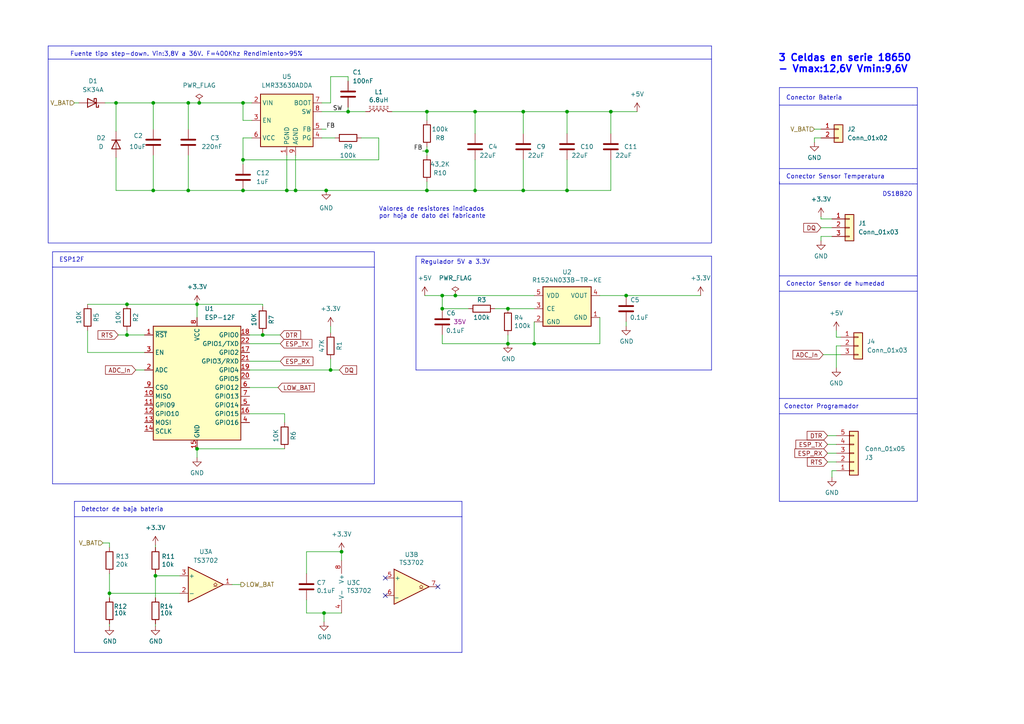
<source format=kicad_sch>
(kicad_sch (version 20230121) (generator eeschema)
  (paper "A4")
  (lib_symbols
    (symbol "+3.3V_4" (power) (pin_names (offset 0))
      (property "Value" "+3.3V_4" (at 0 3.556 0))
      (symbol "+3.3V_4_0_1"
        (polyline (pts (xy -0.762 1.27) (xy 0 2.54)))
        (polyline (pts (xy 0 0) (xy 0 2.54)))
        (polyline (pts (xy 0 2.54) (xy 0.762 1.27)))
      )
      (symbol "+3.3V_4_1_1"
        (pin power_in line (at 0 0 90) (length 0) hide (name "+3.3V") (number "1"))
      )
    )
    (symbol "Comparator:LM393" (pin_names (offset 0.127))
      (property "Reference" "U" (at 3.81 3.81 0))
      (property "Value" "LM393" (at 6.35 -3.81 0))
      (symbol "LM393_1_1"
        (polyline (pts (xy -5.08 5.08) (xy 5.08 0) (xy -5.08 -5.08) (xy -5.08 5.08)) (stroke (width 0.254)) (fill (type background)))
        (polyline (pts (xy 3.302 -0.508) (xy 2.794 -0.508) (xy 3.302 0) (xy 2.794 0.508) (xy 2.286 0) (xy 2.794 -0.508) (xy 2.286 -0.508)) (stroke (width 0.127)))
        (pin open_collector line (at 7.62 0 180) (length 2.54) (name "~") (number "1"))
        (pin input line (at -7.62 -2.54 0) (length 2.54) (name "-") (number "2"))
        (pin input line (at -7.62 2.54 0) (length 2.54) (name "+") (number "3"))
      )
      (symbol "LM393_2_1"
        (polyline (pts (xy -5.08 5.08) (xy 5.08 0) (xy -5.08 -5.08) (xy -5.08 5.08)) (stroke (width 0.254)) (fill (type background)))
        (polyline (pts (xy 3.302 -0.508) (xy 2.794 -0.508) (xy 3.302 0) (xy 2.794 0.508) (xy 2.286 0) (xy 2.794 -0.508) (xy 2.286 -0.508)) (stroke (width 0.127)))
        (pin input line (at -7.62 2.54 0) (length 2.54) (name "+") (number "5"))
        (pin input line (at -7.62 -2.54 0) (length 2.54) (name "_") (number "6"))
        (pin open_collector line (at 7.62 0 180) (length 2.54) (name "~") (number "7"))
      )
      (symbol "LM393_3_1"
        (pin power_in line (at -2.54 -7.62 90) (length 3.81) (name "V-") (number "4"))
        (pin power_in line (at -2.54 7.62 270) (length 3.81) (name "V+") (number "8"))
      )
    )
    (symbol "Connector_Generic:Conn_01x02" (pin_names (offset 1.016) hide)
      (property "Reference" "J" (at 0 2.54 0))
      (property "Value" "Conn_01x02" (at 0 -5.08 0))
      (symbol "Conn_01x02_1_1"
        (rectangle (start -1.27 -2.413) (end 0 -2.667) (stroke (width 0.1524)))
        (rectangle (start -1.27 0.127) (end 0 -0.127) (stroke (width 0.1524)))
        (rectangle (start -1.27 1.27) (end 1.27 -3.81) (stroke (width 0.254)) (fill (type background)))
        (pin passive line (at -5.08 0 0) (length 3.81) (name "Pin_1") (number "1"))
        (pin passive line (at -5.08 -2.54 0) (length 3.81) (name "Pin_2") (number "2"))
      )
    )
    (symbol "Connector_Generic:Conn_01x03" (pin_names (offset 1.016) hide)
      (property "Reference" "J" (at 0 5.08 0))
      (property "Value" "Conn_01x03" (at 0 -5.08 0))
      (symbol "Conn_01x03_1_1"
        (rectangle (start -1.27 -2.413) (end 0 -2.667) (stroke (width 0.1524)))
        (rectangle (start -1.27 0.127) (end 0 -0.127) (stroke (width 0.1524)))
        (rectangle (start -1.27 2.667) (end 0 2.413) (stroke (width 0.1524)))
        (rectangle (start -1.27 3.81) (end 1.27 -3.81) (stroke (width 0.254)) (fill (type background)))
        (pin passive line (at -5.08 2.54 0) (length 3.81) (name "Pin_1") (number "1"))
        (pin passive line (at -5.08 0 0) (length 3.81) (name "Pin_2") (number "2"))
        (pin passive line (at -5.08 -2.54 0) (length 3.81) (name "Pin_3") (number "3"))
      )
    )
    (symbol "Connector_Generic:Conn_01x05" (pin_names (offset 1.016) hide)
      (property "Reference" "J" (at 0 7.62 0))
      (property "Value" "Conn_01x05" (at 0 -7.62 0))
      (symbol "Conn_01x05_1_1"
        (rectangle (start -1.27 -4.953) (end 0 -5.207) (stroke (width 0.1524)))
        (rectangle (start -1.27 -2.413) (end 0 -2.667) (stroke (width 0.1524)))
        (rectangle (start -1.27 0.127) (end 0 -0.127) (stroke (width 0.1524)))
        (rectangle (start -1.27 2.667) (end 0 2.413) (stroke (width 0.1524)))
        (rectangle (start -1.27 5.207) (end 0 4.953) (stroke (width 0.1524)))
        (rectangle (start -1.27 6.35) (end 1.27 -6.35) (stroke (width 0.254)) (fill (type background)))
        (pin passive line (at -5.08 5.08 0) (length 3.81) (name "Pin_1") (number "1"))
        (pin passive line (at -5.08 2.54 0) (length 3.81) (name "Pin_2") (number "2"))
        (pin passive line (at -5.08 0 0) (length 3.81) (name "Pin_3") (number "3"))
        (pin passive line (at -5.08 -2.54 0) (length 3.81) (name "Pin_4") (number "4"))
        (pin passive line (at -5.08 -5.08 0) (length 3.81) (name "Pin_5") (number "5"))
      )
    )
    (symbol "Device:C" (pin_numbers hide) (pin_names (offset 0.254))
      (property "Reference" "C" (at 0.635 2.54 0))
      (property "Value" "C" (at 0.635 -2.54 0))
      (symbol "C_0_1"
        (polyline (pts (xy -2.032 -0.762) (xy 2.032 -0.762)) (stroke (width 0.508)))
        (polyline (pts (xy -2.032 0.762) (xy 2.032 0.762)) (stroke (width 0.508)))
      )
      (symbol "C_1_1"
        (pin passive line (at 0 3.81 270) (length 2.794) (name "~") (number "1"))
        (pin passive line (at 0 -3.81 90) (length 2.794) (name "~") (number "2"))
      )
    )
    (symbol "Device:D" (pin_numbers hide) (pin_names (offset 1.016) hide)
      (property "Reference" "D" (at 0 2.54 0))
      (property "Value" "D" (at 0 -2.54 0))
      (symbol "D_0_1"
        (polyline (pts (xy -1.27 1.27) (xy -1.27 -1.27)) (stroke (width 0.254)))
        (polyline (pts (xy 1.27 0) (xy -1.27 0)))
        (polyline (pts (xy 1.27 1.27) (xy 1.27 -1.27) (xy -1.27 0) (xy 1.27 1.27)) (stroke (width 0.254)))
      )
      (symbol "D_1_1"
        (pin passive line (at -3.81 0 0) (length 2.54) (name "K") (number "1"))
        (pin passive line (at 3.81 0 180) (length 2.54) (name "A") (number "2"))
      )
    )
    (symbol "Device:L_Ferrite" (pin_numbers hide) (pin_names (offset 1.016) hide)
      (property "Reference" "L" (at -1.27 0 90))
      (property "Value" "L_Ferrite" (at 2.794 0 90))
      (symbol "L_Ferrite_0_1"
        (arc (start 0 -2.54) (mid 0.6323 -1.905) (end 0 -1.27))
        (arc (start 0 -1.27) (mid 0.6323 -0.635) (end 0 0))
        (polyline (pts (xy 1.016 -2.794) (xy 1.016 -2.286)))
        (polyline (pts (xy 1.016 -1.778) (xy 1.016 -1.27)))
        (polyline (pts (xy 1.016 -0.762) (xy 1.016 -0.254)))
        (polyline (pts (xy 1.016 0.254) (xy 1.016 0.762)))
        (polyline (pts (xy 1.016 1.27) (xy 1.016 1.778)))
        (polyline (pts (xy 1.016 2.286) (xy 1.016 2.794)))
        (polyline (pts (xy 1.524 -2.286) (xy 1.524 -2.794)))
        (polyline (pts (xy 1.524 -1.27) (xy 1.524 -1.778)))
        (polyline (pts (xy 1.524 -0.254) (xy 1.524 -0.762)))
        (polyline (pts (xy 1.524 0.762) (xy 1.524 0.254)))
        (polyline (pts (xy 1.524 1.778) (xy 1.524 1.27)))
        (polyline (pts (xy 1.524 2.794) (xy 1.524 2.286)))
        (arc (start 0 0) (mid 0.6323 0.635) (end 0 1.27))
        (arc (start 0 1.27) (mid 0.6323 1.905) (end 0 2.54))
      )
      (symbol "L_Ferrite_1_1"
        (pin passive line (at 0 3.81 270) (length 1.27) (name "1") (number "1"))
        (pin passive line (at 0 -3.81 90) (length 1.27) (name "2") (number "2"))
      )
    )
    (symbol "Device:R" (pin_numbers hide) (pin_names (offset 0))
      (property "Reference" "R" (at 2.032 0 90))
      (property "Value" "R" (at 0 0 90))
      (symbol "R_0_1"
        (rectangle (start -1.016 -2.54) (end 1.016 2.54) (stroke (width 0.254)))
      )
      (symbol "R_1_1"
        (pin passive line (at 0 3.81 270) (length 1.27) (name "~") (number "1"))
        (pin passive line (at 0 -3.81 90) (length 1.27) (name "~") (number "2"))
      )
    )
    (symbol "Diode:1N5819WS" (pin_numbers hide) (pin_names (offset 1.016) hide)
      (property "Reference" "D" (at 0 2.54 0))
      (property "Value" "1N5819WS" (at 0 -2.54 0))
      (symbol "1N5819WS_0_1"
        (polyline (pts (xy 1.27 0) (xy -1.27 0)))
        (polyline (pts (xy 1.27 1.27) (xy 1.27 -1.27) (xy -1.27 0) (xy 1.27 1.27)) (stroke (width 0.254)))
        (polyline (pts (xy -1.905 0.635) (xy -1.905 1.27) (xy -1.27 1.27) (xy -1.27 -1.27) (xy -0.635 -1.27) (xy -0.635 -0.635)) (stroke (width 0.254)))
      )
      (symbol "1N5819WS_1_1"
        (pin passive line (at -3.81 0 0) (length 2.54) (name "K") (number "1"))
        (pin passive line (at 3.81 0 180) (length 2.54) (name "A") (number "2"))
      )
    )
    (symbol "R1524N033B:R1524N033B" (pin_names (offset 1.016))
      (property "Reference" "U" (at 0 -1.27 0))
      (property "Value" "R1524N033B" (at -1.27 6.35 0))
      (symbol "R1524N033B_0_1"
        (rectangle (start -7.62 5.08) (end 6.35 -6.35) (stroke (width 0.3048)) (fill (type background)))
      )
      (symbol "R1524N033B_1_1"
        (pin power_in line (at 8.89 -3.81 180) (length 2.54) (name "GND") (number "1"))
        (pin power_in line (at -10.16 -5.08 0) (length 2.54) (name "GND") (number "2"))
        (pin input line (at -10.16 -1.27 0) (length 2.54) (name "CE") (number "3"))
        (pin power_out line (at 8.89 2.54 180) (length 2.54) (name "VOUT") (number "4"))
        (pin power_in line (at -10.16 2.54 0) (length 2.54) (name "VDD") (number "5"))
      )
    )
    (symbol "RF_Module:ESP-12F"
      (property "Reference" "U" (at -12.7 19.05 0))
      (property "Value" "ESP-12F" (at 12.7 19.05 0))
      (symbol "ESP-12F_0_1"
        (rectangle (start -12.7 17.78) (end 12.7 -15.24) (stroke (width 0.254)) (fill (type background)))
      )
      (symbol "ESP-12F_1_1"
        (pin input line (at -15.24 15.24 0) (length 2.54) (name "~{RST}") (number "1"))
        (pin bidirectional line (at -15.24 -2.54 0) (length 2.54) (name "MISO") (number "10"))
        (pin bidirectional line (at -15.24 -5.08 0) (length 2.54) (name "GPIO9") (number "11"))
        (pin bidirectional line (at -15.24 -7.62 0) (length 2.54) (name "GPIO10") (number "12"))
        (pin bidirectional line (at -15.24 -10.16 0) (length 2.54) (name "MOSI") (number "13"))
        (pin bidirectional line (at -15.24 -12.7 0) (length 2.54) (name "SCLK") (number "14"))
        (pin power_in line (at 0 -17.78 90) (length 2.54) (name "GND") (number "15"))
        (pin bidirectional line (at 15.24 -7.62 180) (length 2.54) (name "GPIO15") (number "16"))
        (pin bidirectional line (at 15.24 10.16 180) (length 2.54) (name "GPIO2") (number "17"))
        (pin bidirectional line (at 15.24 15.24 180) (length 2.54) (name "GPIO0") (number "18"))
        (pin bidirectional line (at 15.24 5.08 180) (length 2.54) (name "GPIO4") (number "19"))
        (pin input line (at -15.24 5.08 0) (length 2.54) (name "ADC") (number "2"))
        (pin bidirectional line (at 15.24 2.54 180) (length 2.54) (name "GPIO5") (number "20"))
        (pin bidirectional line (at 15.24 7.62 180) (length 2.54) (name "GPIO3/RXD") (number "21"))
        (pin bidirectional line (at 15.24 12.7 180) (length 2.54) (name "GPIO1/TXD") (number "22"))
        (pin input line (at -15.24 10.16 0) (length 2.54) (name "EN") (number "3"))
        (pin bidirectional line (at 15.24 -10.16 180) (length 2.54) (name "GPIO16") (number "4"))
        (pin bidirectional line (at 15.24 -5.08 180) (length 2.54) (name "GPIO14") (number "5"))
        (pin bidirectional line (at 15.24 0 180) (length 2.54) (name "GPIO12") (number "6"))
        (pin bidirectional line (at 15.24 -2.54 180) (length 2.54) (name "GPIO13") (number "7"))
        (pin power_in line (at 0 20.32 270) (length 2.54) (name "VCC") (number "8"))
        (pin input line (at -15.24 0 0) (length 2.54) (name "CS0") (number "9"))
      )
    )
    (symbol "Regulator_Switching:LMR33630ADDA"
      (property "Reference" "U" (at 0 11.43 0))
      (property "Value" "LMR33630ADDA" (at 0 8.89 0))
      (symbol "LMR33630ADDA_0_1"
        (rectangle (start -7.62 7.62) (end 7.62 -7.62) (stroke (width 0.254)) (fill (type background)))
      )
      (symbol "LMR33630ADDA_1_1"
        (pin power_in line (at 0 -10.16 90) (length 2.54) (name "PGND") (number "1"))
        (pin power_in line (at -10.16 5.08 0) (length 2.54) (name "VIN") (number "2"))
        (pin input line (at -10.16 0 0) (length 2.54) (name "EN") (number "3"))
        (pin open_collector line (at 10.16 -5.08 180) (length 2.54) (name "PG") (number "4"))
        (pin input line (at 10.16 -2.54 180) (length 2.54) (name "FB") (number "5"))
        (pin power_out line (at -10.16 -5.08 0) (length 2.54) (name "VCC") (number "6"))
        (pin input line (at 10.16 5.08 180) (length 2.54) (name "BOOT") (number "7"))
        (pin output line (at 10.16 2.54 180) (length 2.54) (name "SW") (number "8"))
        (pin power_in line (at 2.54 -10.16 90) (length 2.54) (name "AGND") (number "9"))
      )
    )
    (symbol "power:+5V" (power) (pin_names (offset 0))
      (property "Value" "+5V" (at 0 3.556 0))
      (symbol "+5V_0_1"
        (polyline (pts (xy -0.762 1.27) (xy 0 2.54)))
        (polyline (pts (xy 0 0) (xy 0 2.54)))
        (polyline (pts (xy 0 2.54) (xy 0.762 1.27)))
      )
      (symbol "+5V_1_1"
        (pin power_in line (at 0 0 90) (length 0) hide (name "+5V") (number "1"))
      )
    )
    (symbol "power:GND" (power) (pin_names (offset 0))
      (property "Value" "GND" (at 0 -3.81 0))
      (symbol "GND_0_1"
        (polyline (pts (xy 0 0) (xy 0 -1.27) (xy 1.27 -1.27) (xy 0 -2.54) (xy -1.27 -1.27) (xy 0 -1.27)))
      )
      (symbol "GND_1_1"
        (pin power_in line (at 0 0 270) (length 0) hide (name "GND") (number "1"))
      )
    )
    (symbol "power:PWR_FLAG" (power) (pin_numbers hide) (pin_names (offset 0) hide)
      (property "Value" "PWR_FLAG" (at 0 3.81 0))
      (symbol "PWR_FLAG_0_0"
        (pin power_out line (at 0 0 90) (length 0) (name "pwr") (number "1"))
      )
      (symbol "PWR_FLAG_0_1"
        (polyline (pts (xy 0 0) (xy 0 1.27) (xy -1.016 1.905) (xy 0 2.54) (xy 1.016 1.905) (xy 0 1.27)))
      )
    )
  )
  (junction (at 137.795 32.385))
  (junction (at 44.45 29.845))
  (junction (at 36.83 88.265))
  (junction (at 31.75 172.085))
  (junction (at 164.465 55.245))
  (junction (at 83.185 55.245))
  (junction (at 57.15 130.175))
  (junction (at 177.165 32.385))
  (junction (at 154.94 99.695))
  (junction (at 123.825 32.385))
  (junction (at 57.785 29.845))
  (junction (at 33.655 29.845))
  (junction (at 54.61 55.245))
  (junction (at 70.485 55.245))
  (junction (at 44.45 55.245))
  (junction (at 70.485 29.845))
  (junction (at 99.06 160.02))
  (junction (at 70.485 46.355))
  (junction (at 100.965 32.385))
  (junction (at 137.795 55.245))
  (junction (at 95.885 107.315))
  (junction (at 128.27 89.535))
  (junction (at 147.32 99.695))
  (junction (at 151.765 55.245))
  (junction (at 147.32 89.535))
  (junction (at 54.61 29.845))
  (junction (at 128.27 85.725))
  (junction (at 164.465 32.385))
  (junction (at 93.98 177.8))
  (junction (at 123.825 43.815))
  (junction (at 36.83 97.155))
  (junction (at 85.725 55.245))
  (junction (at 76.2 97.155))
  (junction (at 45.085 167.005))
  (junction (at 57.15 88.265))
  (junction (at 151.765 32.385))
  (junction (at 181.61 85.725))
  (junction (at 94.615 55.245))
  (junction (at 123.825 55.245))
  (junction (at 132.08 85.725))
  (no_connect (at 127 170.18))
  (no_connect (at 111.76 172.72))
  (no_connect (at 111.76 167.64))
  (polyline (pts (xy 264.795 53.34) (xy 226.06 53.34)))
  (polyline (pts (xy 264.795 48.895) (xy 266.065 48.895)))
  (wire (pts (xy 242.57 97.79) (xy 242.57 95.885)))
  (wire (pts (xy 72.39 104.775) (xy 81.28 104.775)))
  (wire (pts (xy 243.84 97.79) (xy 242.57 97.79)))
  (wire (pts (xy 184.785 32.385) (xy 177.165 32.385)))
  (wire (pts (xy 72.39 99.695) (xy 81.28 99.695)))
  (polyline (pts (xy 21.59 149.86) (xy 133.985 149.86)))
  (wire (pts (xy 241.3 63.5) (xy 238.125 63.5)))
  (wire (pts (xy 88.9 177.8) (xy 93.98 177.8)))
  (wire (pts (xy 181.61 85.725) (xy 173.99 85.725)))
  (wire (pts (xy 236.22 41.275) (xy 236.22 40.005)))
  (wire (pts (xy 88.9 173.99) (xy 88.9 177.8)))
  (wire (pts (xy 54.61 55.245) (xy 70.485 55.245)))
  (wire (pts (xy 45.085 167.005) (xy 52.07 167.005)))
  (wire (pts (xy 54.61 29.845) (xy 57.785 29.845)))
  (wire (pts (xy 83.185 55.245) (xy 85.725 55.245)))
  (wire (pts (xy 164.465 32.385) (xy 164.465 38.735)))
  (wire (pts (xy 241.3 138.43) (xy 241.3 136.525)))
  (polyline (pts (xy 226.06 80.01) (xy 266.065 80.01)))
  (polyline (pts (xy 226.06 53.34) (xy 226.06 52.705)))
  (wire (pts (xy 123.825 42.545) (xy 123.825 43.815)))
  (wire (pts (xy 93.98 177.8) (xy 93.98 180.34)))
  (wire (pts (xy 238.125 66.04) (xy 241.3 66.04)))
  (wire (pts (xy 238.125 63.5) (xy 238.125 62.865)))
  (wire (pts (xy 44.45 37.465) (xy 44.45 29.845)))
  (wire (pts (xy 128.27 99.695) (xy 147.32 99.695)))
  (wire (pts (xy 95.885 22.225) (xy 100.965 22.225)))
  (wire (pts (xy 137.795 46.355) (xy 137.795 55.245)))
  (wire (pts (xy 147.32 99.695) (xy 147.32 97.155)))
  (wire (pts (xy 33.655 45.72) (xy 33.655 55.245)))
  (wire (pts (xy 238.76 102.87) (xy 243.84 102.87)))
  (wire (pts (xy 173.99 99.695) (xy 173.99 92.075)))
  (wire (pts (xy 39.37 107.315) (xy 41.91 107.315)))
  (wire (pts (xy 241.3 136.525) (xy 242.57 136.525)))
  (wire (pts (xy 31.75 157.48) (xy 31.75 158.75)))
  (wire (pts (xy 181.61 85.725) (xy 203.2 85.725)))
  (wire (pts (xy 31.75 172.085) (xy 52.07 172.085)))
  (wire (pts (xy 93.345 37.465) (xy 94.615 37.465)))
  (wire (pts (xy 57.15 88.265) (xy 57.15 92.075)))
  (polyline (pts (xy 226.06 120.015) (xy 226.06 145.415)))
  (wire (pts (xy 99.06 160.02) (xy 99.06 162.56)))
  (polyline (pts (xy 133.985 149.86) (xy 133.985 189.23)))
  (polyline (pts (xy 120.65 107.315) (xy 206.375 107.315)))
  (polyline (pts (xy 266.065 145.415) (xy 266.065 120.015)))
  (wire (pts (xy 100.965 32.385) (xy 106.045 32.385)))
  (polyline (pts (xy 266.065 120.015) (xy 266.065 115.57)))
  (wire (pts (xy 36.83 97.155) (xy 41.91 97.155)))
  (wire (pts (xy 137.795 38.735) (xy 137.795 32.385)))
  (polyline (pts (xy 226.06 145.415) (xy 266.065 145.415)))
  (wire (pts (xy 123.825 32.385) (xy 123.825 34.925)))
  (wire (pts (xy 236.22 37.465) (xy 238.125 37.465)))
  (wire (pts (xy 94.615 55.245) (xy 123.825 55.245)))
  (wire (pts (xy 45.085 166.37) (xy 45.085 167.005)))
  (wire (pts (xy 154.94 85.725) (xy 132.08 85.725)))
  (polyline (pts (xy 21.59 149.86) (xy 21.59 145.415)))
  (wire (pts (xy 95.885 94.615) (xy 95.885 96.52)))
  (wire (pts (xy 128.27 97.155) (xy 128.27 99.695)))
  (wire (pts (xy 67.31 169.545) (xy 69.85 169.545)))
  (polyline (pts (xy 13.97 13.335) (xy 206.375 13.335)))
  (wire (pts (xy 57.785 29.845) (xy 70.485 29.845)))
  (wire (pts (xy 93.98 177.8) (xy 99.06 177.8)))
  (wire (pts (xy 240.03 126.365) (xy 242.57 126.365)))
  (wire (pts (xy 88.9 160.02) (xy 99.06 160.02)))
  (wire (pts (xy 72.39 107.315) (xy 95.885 107.315)))
  (polyline (pts (xy 226.06 115.57) (xy 226.06 120.015)))
  (wire (pts (xy 177.165 46.355) (xy 177.165 55.245)))
  (wire (pts (xy 21.59 29.845) (xy 22.86 29.845)))
  (polyline (pts (xy 264.795 30.48) (xy 266.065 30.48)))
  (wire (pts (xy 82.55 120.015) (xy 82.55 122.555)))
  (wire (pts (xy 147.32 89.535) (xy 143.51 89.535)))
  (wire (pts (xy 236.22 40.005) (xy 238.125 40.005)))
  (polyline (pts (xy 226.06 120.015) (xy 266.065 120.015)))
  (polyline (pts (xy 13.97 17.145) (xy 13.97 13.335)))
  (wire (pts (xy 76.2 97.155) (xy 81.28 97.155)))
  (polyline (pts (xy 226.06 25.4) (xy 266.065 25.4)))
  (wire (pts (xy 240.03 128.905) (xy 242.57 128.905)))
  (polyline (pts (xy 206.375 74.295) (xy 120.65 74.295)))
  (wire (pts (xy 36.83 88.265) (xy 57.15 88.265)))
  (wire (pts (xy 31.75 180.975) (xy 31.75 181.61)))
  (wire (pts (xy 137.795 32.385) (xy 151.765 32.385)))
  (wire (pts (xy 57.15 88.265) (xy 76.2 88.265)))
  (wire (pts (xy 181.61 93.345) (xy 181.61 94.615)))
  (wire (pts (xy 33.655 55.245) (xy 44.45 55.245)))
  (wire (pts (xy 73.025 34.925) (xy 70.485 34.925)))
  (wire (pts (xy 154.94 99.695) (xy 173.99 99.695)))
  (wire (pts (xy 36.83 97.155) (xy 36.83 95.885)))
  (wire (pts (xy 73.025 40.005) (xy 70.485 40.005)))
  (wire (pts (xy 72.39 120.015) (xy 82.55 120.015)))
  (wire (pts (xy 76.2 88.265) (xy 76.2 88.9)))
  (wire (pts (xy 123.825 43.815) (xy 123.825 45.085)))
  (polyline (pts (xy 133.985 189.23) (xy 21.59 189.23)))
  (wire (pts (xy 123.19 85.725) (xy 128.27 85.725)))
  (wire (pts (xy 45.085 158.75) (xy 45.085 158.115)))
  (wire (pts (xy 151.765 32.385) (xy 151.765 38.735)))
  (wire (pts (xy 80.645 112.395) (xy 72.39 112.395)))
  (polyline (pts (xy 226.06 84.455) (xy 266.065 84.455)))
  (polyline (pts (xy 108.585 73.025) (xy 108.585 77.47)))
  (wire (pts (xy 164.465 32.385) (xy 177.165 32.385)))
  (wire (pts (xy 123.825 32.385) (xy 137.795 32.385)))
  (wire (pts (xy 123.825 55.245) (xy 137.795 55.245)))
  (wire (pts (xy 241.3 68.58) (xy 238.125 68.58)))
  (wire (pts (xy 25.4 102.235) (xy 25.4 95.885)))
  (wire (pts (xy 34.29 97.155) (xy 36.83 97.155)))
  (wire (pts (xy 154.94 89.535) (xy 147.32 89.535)))
  (wire (pts (xy 93.345 32.385) (xy 100.965 32.385)))
  (polyline (pts (xy 226.06 30.48) (xy 264.795 30.48)))
  (wire (pts (xy 154.94 93.345) (xy 154.94 99.695)))
  (wire (pts (xy 70.485 40.005) (xy 70.485 46.355)))
  (wire (pts (xy 29.845 157.48) (xy 31.75 157.48)))
  (wire (pts (xy 83.185 45.085) (xy 83.185 55.245)))
  (wire (pts (xy 70.485 34.925) (xy 70.485 29.845)))
  (wire (pts (xy 93.345 29.845) (xy 95.885 29.845)))
  (wire (pts (xy 85.725 45.085) (xy 85.725 55.245)))
  (wire (pts (xy 100.965 22.225) (xy 100.965 23.495)))
  (polyline (pts (xy 15.24 73.025) (xy 15.24 77.47)))
  (wire (pts (xy 123.825 52.705) (xy 123.825 55.245)))
  (wire (pts (xy 95.885 29.845) (xy 95.885 22.225)))
  (wire (pts (xy 85.725 55.245) (xy 94.615 55.245)))
  (polyline (pts (xy 15.24 140.335) (xy 108.585 140.335)))
  (wire (pts (xy 93.345 40.005) (xy 97.155 40.005)))
  (wire (pts (xy 132.08 85.725) (xy 128.27 85.725)))
  (wire (pts (xy 95.885 104.14) (xy 95.885 107.315)))
  (polyline (pts (xy 21.59 145.415) (xy 133.985 145.415)))
  (wire (pts (xy 238.125 68.58) (xy 238.125 69.85)))
  (wire (pts (xy 33.655 29.845) (xy 33.655 38.1)))
  (wire (pts (xy 44.45 55.245) (xy 44.45 45.085)))
  (wire (pts (xy 70.485 46.355) (xy 70.485 47.625)))
  (wire (pts (xy 70.485 29.845) (xy 73.025 29.845)))
  (wire (pts (xy 41.91 102.235) (xy 25.4 102.235)))
  (polyline (pts (xy 206.375 107.315) (xy 206.375 74.295)))
  (wire (pts (xy 151.765 55.245) (xy 151.765 46.355)))
  (wire (pts (xy 54.61 45.085) (xy 54.61 55.245)))
  (polyline (pts (xy 108.585 140.335) (xy 108.585 77.47)))
  (wire (pts (xy 70.485 55.245) (xy 83.185 55.245)))
  (wire (pts (xy 31.75 166.37) (xy 31.75 172.085)))
  (polyline (pts (xy 15.24 77.47) (xy 108.585 77.47)))
  (wire (pts (xy 25.4 88.265) (xy 36.83 88.265)))
  (wire (pts (xy 109.855 40.005) (xy 109.855 46.355)))
  (polyline (pts (xy 15.24 73.025) (xy 108.585 73.025)))
  (wire (pts (xy 44.45 29.845) (xy 54.61 29.845)))
  (wire (pts (xy 109.855 46.355) (xy 70.485 46.355)))
  (wire (pts (xy 135.89 89.535) (xy 128.27 89.535)))
  (polyline (pts (xy 226.06 48.895) (xy 264.795 48.895)))
  (polyline (pts (xy 264.795 53.34) (xy 266.065 53.34)))
  (wire (pts (xy 44.45 55.245) (xy 54.61 55.245)))
  (wire (pts (xy 147.32 99.695) (xy 154.94 99.695)))
  (polyline (pts (xy 120.65 74.295) (xy 120.65 107.315)))
  (wire (pts (xy 113.665 32.385) (xy 123.825 32.385)))
  (polyline (pts (xy 266.065 25.4) (xy 266.065 115.57)))
  (wire (pts (xy 95.885 107.315) (xy 98.425 107.315)))
  (wire (pts (xy 57.15 130.175) (xy 82.55 130.175)))
  (polyline (pts (xy 206.375 13.335) (xy 206.375 17.145)))
  (wire (pts (xy 243.84 100.33) (xy 242.57 100.33)))
  (polyline (pts (xy 15.24 77.47) (xy 15.24 140.335)))
  (wire (pts (xy 30.48 29.845) (xy 33.655 29.845)))
  (wire (pts (xy 104.775 40.005) (xy 109.855 40.005)))
  (wire (pts (xy 76.2 97.155) (xy 76.2 96.52)))
  (wire (pts (xy 54.61 29.845) (xy 54.61 37.465)))
  (wire (pts (xy 45.085 180.975) (xy 45.085 181.61)))
  (wire (pts (xy 31.75 173.355) (xy 31.75 172.085)))
  (wire (pts (xy 137.795 55.245) (xy 151.765 55.245)))
  (wire (pts (xy 33.655 29.845) (xy 44.45 29.845)))
  (polyline (pts (xy 21.59 149.86) (xy 21.59 189.23)))
  (wire (pts (xy 151.765 32.385) (xy 164.465 32.385)))
  (wire (pts (xy 164.465 46.355) (xy 164.465 55.245)))
  (polyline (pts (xy 133.985 145.415) (xy 133.985 149.86)))
  (wire (pts (xy 88.9 160.02) (xy 88.9 166.37)))
  (wire (pts (xy 240.03 131.445) (xy 242.57 131.445)))
  (wire (pts (xy 72.39 97.155) (xy 76.2 97.155)))
  (polyline (pts (xy 266.065 115.57) (xy 226.06 115.57)))
  (wire (pts (xy 128.27 85.725) (xy 128.27 89.535)))
  (wire (pts (xy 177.165 32.385) (xy 177.165 38.735)))
  (wire (pts (xy 177.165 55.245) (xy 164.465 55.245)))
  (wire (pts (xy 242.57 100.33) (xy 242.57 106.68)))
  (wire (pts (xy 57.15 130.175) (xy 57.15 132.715)))
  (wire (pts (xy 151.765 55.245) (xy 164.465 55.245)))
  (wire (pts (xy 240.03 133.985) (xy 242.57 133.985)))
  (wire (pts (xy 100.965 31.115) (xy 100.965 32.385)))
  (wire (pts (xy 122.555 43.815) (xy 123.825 43.815)))
  (wire (pts (xy 45.085 173.355) (xy 45.085 167.005)))
  (polyline (pts (xy 226.06 25.4) (xy 226.06 115.57)))
  (rectangle (start 13.97 17.145) (end 206.375 70.485))
  (text_box "3 Celdas en serie 18650 - Vmax:12,6V Vmin:9,6V" (at 224.155 13.97 0) (size 41.91 8.89) (stroke (width -0.0001)) (effects (font (size 2 2) (thickness 0.4) bold) (justify left top)))
  (text "Conector Sensor de humedad" (at 227.965 83.185 0) (effects (font (size 1.27 1.27)) (justify left bottom)))
  (text "DS18B20\n" (at 255.905 57.15 0) (effects (font (size 1.27 1.27)) (justify left bottom)))
  (text "Fuente tipo step-down. Vin:3,8V a 36V. F=400Khz Rendimiento>95%" (at 20.32 16.51 0) (effects (font (size 1.27 1.27)) (justify left bottom)))
  (text "Valores de resistores indicados\npor hoja de dato del fabricante" (at 109.855 63.5 0) (effects (font (size 1.27 1.27)) (justify left bottom)))
  (text "Regulador 5V a 3.3V" (at 121.92 76.835 0) (effects (font (size 1.27 1.27)) (justify left bottom)))
  (text "Conector Sensor Temperatura" (at 227.965 52.07 0) (effects (font (size 1.27 1.27)) (justify left bottom)))
  (text "Conector Programador" (at 227.33 118.745 0) (effects (font (size 1.27 1.27)) (justify left bottom)))
  (text "ESP12F\n" (at 17.145 76.2 0) (effects (font (size 1.27 1.27)) (justify left bottom)))
  (text "Detector de baja bateria\n" (at 23.495 148.59 0) (effects (font (size 1.27 1.27)) (justify left bottom)))
  (text "Conector Bateria" (at 227.965 29.21 0) (effects (font (size 1.27 1.27)) (justify left bottom)))
  (label "SW" (at 96.52 32.385 0))
  (label "FB" (at 94.615 37.465 0))
  (label "FB" (at 122.555 43.815 180))
  (global_label "ADC_In" (shape input) (at 238.76 102.87 180) (property "Intersheetrefs" "${INTERSHEET_REFS}" (effects hide)))
  (global_label "LOW_BAT" (shape input) (at 80.645 112.395 0) (property "Intersheetrefs" "${INTERSHEET_REFS}" (effects hide)))
  (global_label "ESP_RX" (shape input) (at 240.03 131.445 180) (property "Intersheetrefs" "${INTERSHEET_REFS}" (effects hide)))
  (global_label "ESP_RX" (shape input) (at 81.28 104.775 0) (property "Intersheetrefs" "${INTERSHEET_REFS}" (effects hide)))
  (global_label "ESP_TX" (shape input) (at 240.03 128.905 180) (property "Intersheetrefs" "${INTERSHEET_REFS}" (effects hide)))
  (global_label "DQ" (shape input) (at 98.425 107.315 0) (property "Intersheetrefs" "${INTERSHEET_REFS}" (effects hide)))
  (global_label "ESP_TX" (shape input) (at 81.28 99.695 0) (property "Intersheetrefs" "${INTERSHEET_REFS}" (effects hide)))
  (global_label "DTR" (shape input) (at 240.03 126.365 180) (property "Intersheetrefs" "${INTERSHEET_REFS}" (effects hide)))
  (global_label "RTS" (shape input) (at 240.03 133.985 180) (property "Intersheetrefs" "${INTERSHEET_REFS}" (effects hide)))
  (global_label "DTR" (shape input) (at 81.28 97.155 0) (property "Intersheetrefs" "${INTERSHEET_REFS}" (effects hide)))
  (global_label "RTS" (shape input) (at 34.29 97.155 180) (property "Intersheetrefs" "${INTERSHEET_REFS}" (effects hide)))
  (global_label "ADC_In" (shape input) (at 39.37 107.315 180) (property "Intersheetrefs" "${INTERSHEET_REFS}" (effects hide)))
  (global_label "DQ" (shape input) (at 238.125 66.04 180) (property "Intersheetrefs" "${INTERSHEET_REFS}" (effects hide)))
  (hierarchical_label "V_BAT" (shape input) (at 29.845 157.48 180))
  (hierarchical_label "V_BAT" (shape input) (at 236.22 37.465 180))
  (hierarchical_label "LOW_BAT" (shape output) (at 69.85 169.545 0))
  (hierarchical_label "V_BAT" (shape input) (at 21.59 29.845 180))
  (symbol (lib_id "power:+5V") (at 184.785 32.385 0) (unit 1)
    (property "Reference" "#PWR01" (effects hide))
    (property "Value" "+5V" (at 184.785 27.305 0))
  )
  (symbol (lib_id "power:GND") (at 57.15 132.715 0) (unit 1)
    (property "Reference" "#PWR02" (effects hide))
    (property "Value" "GND" (at 57.15 137.16 0))
  )
  (symbol (lib_id "Device:C") (at 44.45 41.275 0) (unit 1)
    (property "Reference" "C2" (at 38.735 39.37 0) (effects (justify left)))
    (property "Value" "10uF" (at 37.465 42.545 0) (effects (justify left)))
    (property "Footprint" "Capacitor_SMD:C_1210_3225Metric" (effects hide))
    (property "PartNumber" "C3225X7R1H106M250AC" (effects hide))
    (property "MOUNTING_TECHNOLOGY" "SMD" (effects hide))
    (property "PACKAGE_TYPE" "1210" (effects hide))
    (property "Description" "CAP CER 10UF 50V X7R 1210" (effects hide))
    (property "Manufacturer" "Samsung Electro-Mechanics" (effects hide))
    (property "Mfg Part #" "CL32B106KBJNNNE" (effects hide))
    (property "Voltage" "50V" (effects hide))
  )
  (symbol (lib_id "Device:R") (at 31.75 162.56 0) (unit 1)
    (property "Reference" "R13" (at 33.528 161.3916 0) (effects (justify left)))
    (property "Value" "20k" (at 33.528 163.703 0) (effects (justify left)))
    (property "Footprint" "Resistor_SMD:R_0805_2012Metric_Pad1.20x1.40mm_HandSolder" (effects hide))
    (property "MOUNTING_TECHNOLOGY" "SMD" (effects hide))
    (property "PACKAGE_TYPE" "0603" (effects hide))
    (property "Description" "RES 10K OHM 5% 1/10W 0603" (effects hide))
    (property "Manufacturer" "Stackpole Electronics Inc" (effects hide))
    (property "Mfg Part #" "RMCF0603JT10K0" (effects hide))
  )
  (symbol (lib_id "Device:R") (at 123.825 38.735 180) (unit 1)
    (property "Reference" "R8" (at 127.635 40.005 0))
    (property "Value" "100k" (at 127.635 37.465 0))
    (property "Footprint" "Resistor_SMD:R_0805_2012Metric_Pad1.20x1.40mm_HandSolder" (effects hide))
    (property "MOUNTING_TECHNOLOGY" "SMD" (effects hide))
    (property "PACKAGE_TYPE" "0603" (effects hide))
    (property "Description" "RES SMD 100K OHM 5% 1/10W 0603" (effects hide))
    (property "Manufacturer" "Bourns Inc." (effects hide))
    (property "Mfg Part #" "CR0603-JW-104ELF" (effects hide))
  )
  (symbol (lib_id "Comparator:LM393") (at 119.38 170.18 0) (unit 2)
    (property "Reference" "U3" (at 119.38 160.8582 0))
    (property "Value" "TS3702" (at 119.38 163.1696 0))
    (property "Footprint" "Package_SO:SOIC-8-1EP_3.9x4.9mm_P1.27mm_EP2.514x3.2mm" (effects hide))
    (property "Datasheet" "https://www.st.com/content/ccc/resource/technical/document/datasheet/group1/2c/b4/cf/d6/e3/7e/49/5c/CD00000882/files/CD00000882.pdf/jcr:content/translations/en.CD00000882.pdf" (effects hide))
    (property "MOUNTING_TECHNOLOGY" "SMD" (effects hide))
    (property "PACKAGE_TYPE" "SOIC-8" (effects hide))
    (property "Description" "IC COMPARATOR DUAL MCRPWR 8-SOIC" (effects hide))
    (property "Manufacturer" "STMicroelectronics" (effects hide))
    (property "Mfg Part #" "TS3702CDT" (effects hide))
  )
  (symbol (lib_id "power:GND") (at 94.615 55.245 0) (unit 1)
    (property "Reference" "#PWR016" (effects hide))
    (property "Value" "GND" (at 94.615 60.325 0))
  )
  (symbol (lib_name "+3.3V_4") (lib_id "power:+3.3V") (at 45.085 158.115 0) (unit 1)
    (property "Reference" "#PWR015" (effects hide))
    (property "Value" "+3.3V" (at 45.085 153.035 0))
  )
  (symbol (lib_id "power:+5V") (at 242.57 95.885 0) (unit 1)
    (property "Reference" "#PWR04" (effects hide))
    (property "Value" "+5V" (at 242.57 90.805 0))
  )
  (symbol (lib_id "Regulator_Switching:LMR33630ADDA") (at 83.185 34.925 0) (unit 1)
    (property "Reference" "U5" (at 83.185 22.225 0))
    (property "Value" "LMR33630ADDA" (at 83.185 24.765 0))
    (property "Footprint" "Package_SO:Texas_HSOP-8-1EP_3.9x4.9mm_P1.27mm_ThermalVias" (effects hide))
    (property "Datasheet" "http://www.ti.com/lit/ds/symlink/lmr33630.pdf" (effects hide))
    (property "MOUNTING_TECHNOLOGY" "SMD" (effects hide))
    (property "Description" "IC REG BUCK ADJUSTABLE 3A 8SOPWR" (effects hide))
    (property "Manufacturer" "Texas Instruments" (effects hide))
    (property "Mfg Part #" "LMR33630ADDA" (effects hide))
    (property "PACKAGE_TYPE" "HSOP-8" (effects hide))
  )
  (symbol (lib_id "Comparator:LM393") (at 101.6 170.18 0) (unit 3)
    (property "Reference" "U3" (at 100.5332 169.0116 0) (effects (justify left)))
    (property "Value" "TS3702" (at 100.5332 171.323 0) (effects (justify left)))
    (property "Footprint" "Package_SO:SOIC-8-1EP_3.9x4.9mm_P1.27mm_EP2.514x3.2mm" (effects hide))
    (property "Datasheet" "https://www.st.com/content/ccc/resource/technical/document/datasheet/group1/2c/b4/cf/d6/e3/7e/49/5c/CD00000882/files/CD00000882.pdf/jcr:content/translations/en.CD00000882.pdf" (effects hide))
    (property "MOUNTING_TECHNOLOGY" "SMD" (effects hide))
    (property "PACKAGE_TYPE" "SOIC-8" (effects hide))
    (property "Description" "IC COMPARATOR DUAL MCRPWR 8-SOIC" (effects hide))
    (property "Manufacturer" "STMicroelectronics" (effects hide))
    (property "Mfg Part #" "TS3702CDT" (effects hide))
  )
  (symbol (lib_id "Device:R") (at 100.965 40.005 90) (unit 1)
    (property "Reference" "R9" (at 100.965 42.545 90))
    (property "Value" "100k" (at 100.965 45.085 90))
    (property "Footprint" "Resistor_SMD:R_0805_2012Metric_Pad1.20x1.40mm_HandSolder" (effects hide))
    (property "MOUNTING_TECHNOLOGY" "SMD" (effects hide))
    (property "PACKAGE_TYPE" "0603" (effects hide))
    (property "Description" "RES SMD 100K OHM 5% 1/10W 0603" (effects hide))
    (property "Manufacturer" "Bourns Inc." (effects hide))
    (property "Mfg Part #" "CR0603-JW-104ELF" (effects hide))
  )
  (symbol (lib_id "power:PWR_FLAG") (at 57.785 29.845 0) (unit 1)
    (property "Reference" "#FLG01" (effects hide))
    (property "Value" "PWR_FLAG" (at 57.785 24.765 0))
  )
  (symbol (lib_id "power:GND") (at 147.32 99.695 0) (unit 1)
    (property "Reference" "#PWR08" (effects hide))
    (property "Value" "GND" (at 147.447 104.0892 0))
  )
  (symbol (lib_id "power:GND") (at 31.75 181.61 0) (unit 1)
    (property "Reference" "#PWR017" (effects hide))
    (property "Value" "~" (at 31.877 186.0042 0))
  )
  (symbol (lib_id "power:GND") (at 45.085 181.61 0) (unit 1)
    (property "Reference" "#PWR019" (effects hide))
    (property "Value" "~" (at 45.212 186.0042 0))
  )
  (symbol (lib_id "power:PWR_FLAG") (at 132.08 85.725 0) (unit 1)
    (property "Reference" "#FLG02" (effects hide))
    (property "Value" "PWR_FLAG" (at 132.08 80.645 0))
  )
  (symbol (lib_id "Device:C") (at 181.61 89.535 180) (unit 1)
    (property "Reference" "C5" (at 184.15 86.995 0))
    (property "Value" "0.1uF" (at 185.42 92.075 0))
    (property "Footprint" "Capacitor_SMD:C_0805_2012Metric" (effects hide))
    (property "PACKAGE_TYPE" "0603" (effects hide))
    (property "MOUNTING_TECHNOLOGY" "SMD" (effects hide))
    (property "Description" "CAP CER 0.1UF 50V X7R 0603" (effects hide))
    (property "Manufacturer" "Samsung Electro-Mechanics" (effects hide))
    (property "Mfg Part #" "CL10B104KB8NNWC" (effects hide))
  )
  (symbol (lib_id "power:GND") (at 241.3 138.43 0) (unit 1)
    (property "Reference" "#PWR03" (effects hide))
    (property "Value" "GND" (at 241.3 142.875 0))
  )
  (symbol (lib_id "Device:C") (at 88.9 170.18 0) (unit 1)
    (property "Reference" "C7" (at 91.821 169.0116 0) (effects (justify left)))
    (property "Value" "0.1uF" (at 91.821 171.323 0) (effects (justify left)))
    (property "Footprint" "Capacitor_SMD:C_0805_2012Metric" (effects hide))
    (property "MOUNTING_TECHNOLOGY" "SMD" (effects hide))
    (property "Description" "CAP CER 0.1UF 50V X7R 0603" (effects hide))
    (property "Manufacturer" "Samsung Electro-Mechanics" (effects hide))
    (property "Mfg Part #" "CL10B104KB8NNWC" (effects hide))
    (property "PACKAGE_TYPE" "0603" (effects hide))
  )
  (symbol (lib_id "power:GND") (at 93.98 180.34 0) (unit 1)
    (property "Reference" "#PWR020" (effects hide))
    (property "Value" "~" (at 94.107 184.7342 0))
  )
  (symbol (lib_id "power:+5V") (at 123.19 85.725 0) (unit 1)
    (property "Reference" "#PWR014" (effects hide))
    (property "Value" "+5V" (at 123.19 80.645 0))
  )
  (symbol (lib_name "+3.3V_4") (lib_id "power:+3.3V") (at 99.06 160.02 0) (unit 1)
    (property "Reference" "#PWR018" (effects hide))
    (property "Value" "+3.3V" (at 99.06 154.94 0))
  )
  (symbol (lib_id "Connector_Generic:Conn_01x03") (at 246.38 66.04 0) (unit 1)
    (property "Reference" "J1" (at 248.92 64.77 0) (effects (justify left)))
    (property "Value" "Conn_01x03" (at 248.92 67.31 0) (effects (justify left)))
    (property "Footprint" "Connector_Molex:Molex_KK-254_AE-6410-03A_1x03_P2.54mm_Vertical" (effects hide))
  )
  (symbol (lib_id "R1524N033B:R1524N033B") (at 165.1 88.265 0) (unit 1)
    (property "Reference" "U2" (at 164.465 78.9178 0))
    (property "Value" "R1524N033B-TR-KE" (at 164.465 81.2292 0))
    (property "Footprint" "Package_TO_SOT_SMD:SOT-23-5" (effects hide))
    (property "Datasheet" "https://www.n-redc.co.jp/en/pdf/datasheet/r1524-ea.pdf" (effects hide))
    (property "MOUNTING_TECHNOLOGY" "SMD" (effects hide))
    (property "PACKAGE_TYPE" "SOT-23-5" (effects hide))
    (property "Description" "IC REG LINEAR 3.3V 200MA SOT23-5" (effects hide))
    (property "Manufacturer" "Nisshinbo Micro Devices Inc." (effects hide))
    (property "Mfg Part #" "R1524N033B-TR-KE" (effects hide))
  )
  (symbol (lib_id "Device:C") (at 151.765 42.545 0) (unit 1)
    (property "Reference" "C9" (at 155.575 42.545 0) (effects (justify left)))
    (property "Value" "22uF" (at 153.035 45.085 0) (effects (justify left)))
    (property "Footprint" "Capacitor_SMD:C_1210_3225Metric" (effects hide))
    (property "PartNumber" "CL32A476KOJNNNE" (effects hide))
    (property "MOUNTING_TECHNOLOGY" "SMD" (effects hide))
    (property "PACKAGE_TYPE" "1210" (effects hide))
    (property "Voltage" "25V" (effects hide))
    (property "Description" "CAP CER 47UF 16V X5R 1210" (effects hide))
    (property "Manufacturer" "Samsung Electro-Mechanics" (effects hide))
    (property "Mfg Part #" "CL32A476KOJNNNE" (effects hide))
  )
  (symbol (lib_id "power:GND") (at 236.22 41.275 0) (unit 1)
    (property "Reference" "#PWR09" (effects hide))
    (property "Value" "GND" (at 236.22 45.72 0))
  )
  (symbol (lib_id "power:GND") (at 181.61 94.615 0) (unit 1)
    (property "Reference" "#PWR06" (effects hide))
    (property "Value" "GND" (at 181.737 99.0092 0))
  )
  (symbol (lib_id "Comparator:LM393") (at 59.69 169.545 0) (unit 1)
    (property "Reference" "U3" (at 59.69 160.02 0))
    (property "Value" "TS3702" (at 59.69 162.56 0))
    (property "Footprint" "Package_SO:SOIC-8-1EP_3.9x4.9mm_P1.27mm_EP2.514x3.2mm" (effects hide))
    (property "Datasheet" "https://www.st.com/content/ccc/resource/technical/document/datasheet/group1/2c/b4/cf/d6/e3/7e/49/5c/CD00000882/files/CD00000882.pdf/jcr:content/translations/en.CD00000882.pdf" (effects hide))
    (property "MOUNTING_TECHNOLOGY" "SMD" (effects hide))
    (property "PACKAGE_TYPE" "SOIC-8" (effects hide))
    (property "Description" "IC COMPARATOR DUAL MCRPWR 8-SOIC" (effects hide))
    (property "Manufacturer" "STMicroelectronics" (effects hide))
    (property "Mfg Part #" "TS3702CDT" (effects hide))
  )
  (symbol (lib_id "Device:R") (at 31.75 177.165 0) (unit 1)
    (property "Reference" "R12" (at 34.925 175.895 0))
    (property "Value" "10k" (at 34.925 177.8 0))
    (property "Footprint" "Resistor_SMD:R_0805_2012Metric_Pad1.20x1.40mm_HandSolder" (effects hide))
    (property "MOUNTING_TECHNOLOGY" "SMD" (effects hide))
    (property "PACKAGE_TYPE" "0603" (effects hide))
    (property "Description" "RES 10K OHM 5% 1/10W 0603" (effects hide))
    (property "Manufacturer" "Stackpole Electronics Inc" (effects hide))
    (property "Mfg Part #" "RMCF0603JT10K0" (effects hide))
  )
  (symbol (lib_id "RF_Module:ESP-12F") (at 57.15 112.395 0) (unit 1)
    (property "Reference" "U1" (at 59.3441 89.535 0) (effects (justify left)))
    (property "Value" "ESP-12F" (at 59.3441 92.075 0) (effects (justify left)))
    (property "Footprint" "RF_Module:ESP-12E" (effects hide))
    (property "Datasheet" "http://wiki.ai-thinker.com/_media/esp8266/esp8266_series_modules_user_manual_v1.1.pdf" (effects hide))
  )
  (symbol (lib_id "Device:R") (at 139.7 89.535 90) (unit 1)
    (property "Reference" "R3" (at 139.7 86.995 90))
    (property "Value" "100k" (at 139.7 92.075 90))
    (property "Footprint" "Resistor_SMD:R_0805_2012Metric_Pad1.20x1.40mm_HandSolder" (effects hide))
    (property "MOUNTING_TECHNOLOGY" "SMD" (effects hide))
    (property "PACKAGE_TYPE" "0603" (effects hide))
    (property "Description" "RES SMD 100K OHM 5% 1/10W 0603" (effects hide))
    (property "Manufacturer" "Bourns Inc." (effects hide))
    (property "Mfg Part #" "CR0603-JW-104ELF" (effects hide))
  )
  (symbol (lib_id "power:GND") (at 238.125 69.85 0) (unit 1)
    (property "Reference" "#PWR010" (effects hide))
    (property "Value" "GND" (at 238.125 74.295 0))
  )
  (symbol (lib_id "Device:R") (at 25.4 92.075 0) (unit 1)
    (property "Reference" "R5" (at 27.94 92.075 90))
    (property "Value" "10K" (at 22.86 92.075 90))
    (property "Footprint" "Resistor_SMD:R_0805_2012Metric_Pad1.20x1.40mm_HandSolder" (effects hide))
    (property "MOUNTING_TECHNOLOGY" "SMD" (effects hide))
    (property "PACKAGE_TYPE" "0603" (effects hide))
    (property "Description" "RES SMD 100K OHM 5% 1/10W 0603" (effects hide))
    (property "Manufacturer" "Bourns Inc." (effects hide))
    (property "Mfg Part #" "CR0603-JW-104ELF" (effects hide))
  )
  (symbol (lib_id "Device:R") (at 76.2 92.71 0) (unit 1)
    (property "Reference" "R7" (at 78.74 92.71 90))
    (property "Value" "10K" (at 73.66 92.71 90))
    (property "Footprint" "Resistor_SMD:R_0805_2012Metric_Pad1.20x1.40mm_HandSolder" (effects hide))
    (property "MOUNTING_TECHNOLOGY" "SMD" (effects hide))
    (property "PACKAGE_TYPE" "0603" (effects hide))
    (property "Description" "RES SMD 100K OHM 5% 1/10W 0603" (effects hide))
    (property "Manufacturer" "Bourns Inc." (effects hide))
    (property "Mfg Part #" "CR0603-JW-104ELF" (effects hide))
  )
  (symbol (lib_id "Device:C") (at 177.165 42.545 0) (unit 1)
    (property "Reference" "C11" (at 180.975 42.545 0) (effects (justify left)))
    (property "Value" "22uF" (at 178.435 45.085 0) (effects (justify left)))
    (property "Footprint" "Capacitor_SMD:C_1210_3225Metric" (effects hide))
    (property "PartNumber" "CL32A476KOJNNNE" (effects hide))
    (property "MOUNTING_TECHNOLOGY" "SMD" (effects hide))
    (property "PACKAGE_TYPE" "1210" (effects hide))
    (property "Voltage" "25V" (effects hide))
    (property "Description" "CAP CER 47UF 16V X5R 1210" (effects hide))
    (property "Manufacturer" "Samsung Electro-Mechanics" (effects hide))
    (property "Mfg Part #" "CL32A476KOJNNNE" (effects hide))
  )
  (symbol (lib_id "Device:R") (at 82.55 126.365 0) (unit 1)
    (property "Reference" "R6" (at 85.09 126.365 90))
    (property "Value" "10K" (at 80.01 126.365 90))
    (property "Footprint" "Resistor_SMD:R_0805_2012Metric_Pad1.20x1.40mm_HandSolder" (effects hide))
    (property "MOUNTING_TECHNOLOGY" "SMD" (effects hide))
    (property "PACKAGE_TYPE" "0603" (effects hide))
    (property "Description" "RES SMD 100K OHM 5% 1/10W 0603" (effects hide))
    (property "Manufacturer" "Bourns Inc." (effects hide))
    (property "Mfg Part #" "CR0603-JW-104ELF" (effects hide))
  )
  (symbol (lib_id "Device:R") (at 45.085 177.165 0) (unit 1)
    (property "Reference" "R14" (at 48.26 175.895 0))
    (property "Value" "10k" (at 48.26 177.8 0))
    (property "Footprint" "Resistor_SMD:R_0805_2012Metric_Pad1.20x1.40mm_HandSolder" (effects hide))
    (property "MOUNTING_TECHNOLOGY" "SMD" (effects hide))
    (property "PACKAGE_TYPE" "0603" (effects hide))
    (property "Description" "RES 10K OHM 5% 1/10W 0603" (effects hide))
    (property "Manufacturer" "Stackpole Electronics Inc" (effects hide))
    (property "Mfg Part #" "RMCF0603JT10K0" (effects hide))
  )
  (symbol (lib_name "+3.3V_4") (lib_id "power:+3.3V") (at 238.125 62.865 0) (unit 1)
    (property "Reference" "#PWR011" (effects hide))
    (property "Value" "+3.3V" (at 238.125 57.785 0))
  )
  (symbol (lib_id "Device:C") (at 128.27 93.345 180) (unit 1)
    (property "Reference" "C6" (at 130.81 90.805 0))
    (property "Value" "0.1uF" (at 132.08 95.885 0))
    (property "Footprint" "Capacitor_SMD:C_0805_2012Metric" (effects hide))
    (property "Voltage" "35V" (at 133.35 93.345 0))
    (property "MOUNTING_TECHNOLOGY" "SMD" (effects hide))
    (property "PACKAGE_TYPE" "0805" (effects hide))
    (property "Description" "CAP CER 0.1UF 35V X7R 0805" (effects hide))
    (property "Manufacturer" "KYOCERA AVX" (effects hide))
    (property "Mfg Part #" "0805DC104MAT2A" (effects hide))
  )
  (symbol (lib_id "Device:L_Ferrite") (at 109.855 32.385 90) (unit 1)
    (property "Reference" "L1" (at 109.855 26.67 90))
    (property "Value" "6.8uH" (at 109.855 28.9814 90))
    (property "Footprint" "Inductor_SMD:L_12x12mm_H8mm" (effects hide))
    (property "PartNumber" "744770112" (effects hide))
    (property "MOUNTING_TECHNOLOGY" "SMD" (effects hide))
    (property "Description" "FIXED IND 12UH 5.9A 24 MOHM SMD" (effects hide))
    (property "Manufacturer" "Würth Elektronik" (effects hide))
    (property "Mfg Part #" "744770112" (effects hide))
    (property "PACKAGE_TYPE" "Nonstandard" (effects hide))
  )
  (symbol (lib_id "Device:D") (at 33.655 41.91 270) (unit 1)
    (property "Reference" "D2" (at 27.94 40.005 90) (effects (justify left)))
    (property "Value" "D" (at 28.575 42.545 90) (effects (justify left)))
    (property "Footprint" "Diode_SMD:D_SMA" (effects hide))
    (property "Datasheet" "https://www.digikey.com/en/products/detail/littelfuse-inc/SMAJ8-0A/762260" (effects hide))
    (property "Description" "TVS DIODE 8VWM 13.6VC DO214AC" (effects hide))
    (property "Manufacturer" "Littelfuse Inc." (effects hide))
    (property "Mfg Part #" "TVS DIODE 8VWM 13.6VC DO214AC" (effects hide))
  )
  (symbol (lib_name "+3.3V_4") (lib_id "power:+3.3V") (at 203.2 85.725 0) (unit 1)
    (property "Reference" "#PWR05" (effects hide))
    (property "Value" "+3.3V" (at 203.2 80.645 0))
  )
  (symbol (lib_id "Connector_Generic:Conn_01x03") (at 248.92 100.33 0) (unit 1)
    (property "Reference" "J4" (at 251.46 99.06 0) (effects (justify left)))
    (property "Value" "Conn_01x03" (at 251.46 101.6 0) (effects (justify left)))
    (property "Footprint" "Connector_Molex:Molex_KK-254_AE-6410-03A_1x03_P2.54mm_Vertical" (effects hide))
  )
  (symbol (lib_id "Device:R") (at 45.085 162.56 0) (unit 1)
    (property "Reference" "R11" (at 46.863 161.3916 0) (effects (justify left)))
    (property "Value" "10k" (at 46.863 163.703 0) (effects (justify left)))
    (property "Footprint" "Resistor_SMD:R_0805_2012Metric_Pad1.20x1.40mm_HandSolder" (effects hide))
    (property "MOUNTING_TECHNOLOGY" "SMD" (effects hide))
    (property "PACKAGE_TYPE" "0603" (effects hide))
    (property "Description" "RES 10K OHM 5% 1/10W 0603" (effects hide))
    (property "Manufacturer" "Stackpole Electronics Inc" (effects hide))
    (property "Mfg Part #" "RMCF0603JT10K0" (effects hide))
  )
  (symbol (lib_id "Device:R") (at 123.825 48.895 180) (unit 1)
    (property "Reference" "R10" (at 127.635 50.165 0))
    (property "Value" "43,2K" (at 127.635 47.625 0))
    (property "Footprint" "Resistor_SMD:R_0805_2012Metric_Pad1.20x1.40mm_HandSolder" (effects hide))
    (property "MOUNTING_TECHNOLOGY" "SMD" (effects hide))
    (property "PACKAGE_TYPE" "0603" (effects hide))
    (property "Description" "RES SMD 100K OHM 5% 1/10W 0603" (effects hide))
    (property "Manufacturer" "Bourns Inc." (effects hide))
    (property "Mfg Part #" "CR0603-JW-104ELF" (effects hide))
  )
  (symbol (lib_name "+3.3V_4") (lib_id "power:+3.3V") (at 95.885 94.615 0) (unit 1)
    (property "Reference" "#PWR012" (effects hide))
    (property "Value" "+3.3V" (at 95.885 89.535 0))
  )
  (symbol (lib_id "Device:C") (at 164.465 42.545 0) (unit 1)
    (property "Reference" "C10" (at 168.275 42.545 0) (effects (justify left)))
    (property "Value" "22uF" (at 165.735 45.085 0) (effects (justify left)))
    (property "Footprint" "Capacitor_SMD:C_1210_3225Metric" (effects hide))
    (property "PartNumber" "CL32A476KOJNNNE" (effects hide))
    (property "MOUNTING_TECHNOLOGY" "SMD" (effects hide))
    (property "PACKAGE_TYPE" "1210" (effects hide))
    (property "Voltage" "25V" (effects hide))
    (property "Description" "CAP CER 47UF 16V X5R 1210" (effects hide))
    (property "Manufacturer" "Samsung Electro-Mechanics" (effects hide))
    (property "Mfg Part #" "CL32A476KOJNNNE" (effects hide))
  )
  (symbol (lib_name "+3.3V_4") (lib_id "power:+3.3V") (at 57.15 88.265 0) (unit 1)
    (property "Reference" "#PWR07" (effects hide))
    (property "Value" "+3.3V" (at 57.15 83.185 0))
  )
  (symbol (lib_id "Device:C") (at 70.485 51.435 0) (unit 1)
    (property "Reference" "C12" (at 74.295 50.1649 0) (effects (justify left)))
    (property "Value" "1uF" (at 74.295 52.7049 0) (effects (justify left)))
    (property "Footprint" "Capacitor_SMD:C_0805_2012Metric" (effects hide))
    (property "PartNumber" "C0603C105K8PACTU" (effects hide))
    (property "MOUNTING_TECHNOLOGY" "SMD" (effects hide))
    (property "PACKAGE_TYPE" "0603" (effects hide))
    (property "Description" "CAP CER 1UF 10V X7R 0603" (effects hide))
    (property "Manufacturer" "Samsung Electro-Mechanics" (effects hide))
    (property "Mfg Part #" "CL10B105KP8NNNC" (effects hide))
    (property "Voltage" "10V" (effects hide))
  )
  (symbol (lib_id "Device:R") (at 95.885 100.33 0) (unit 1)
    (property "Reference" "R1" (at 98.425 100.33 90))
    (property "Value" "47K" (at 93.345 100.33 90))
    (property "Footprint" "Resistor_SMD:R_0805_2012Metric_Pad1.20x1.40mm_HandSolder" (effects hide))
    (property "MOUNTING_TECHNOLOGY" "SMD" (effects hide))
    (property "PACKAGE_TYPE" "0603" (effects hide))
    (property "Description" "RES SMD 100K OHM 5% 1/10W 0603" (effects hide))
    (property "Manufacturer" "Bourns Inc." (effects hide))
    (property "Mfg Part #" "CR0603-JW-104ELF" (effects hide))
  )
  (symbol (lib_id "Device:C") (at 54.61 41.275 0) (unit 1)
    (property "Reference" "C3" (at 60.96 40.005 0) (effects (justify left)))
    (property "Value" "220nF" (at 58.42 42.5449 0) (effects (justify left)))
    (property "Footprint" "Capacitor_SMD:C_0805_2012Metric" (effects hide))
    (property "PartNumber" "C2012X7R1H224K125AA" (effects hide))
    (property "MOUNTING_TECHNOLOGY" "SMD" (effects hide))
    (property "PACKAGE_TYPE" "0805" (effects hide))
    (property "Voltage" "50V" (effects hide))
    (property "Description" "CAP CER 0.22UF 50V X7R 0805" (effects hide))
    (property "Manufacturer" "Samsung Electro-Mechanics" (effects hide))
    (property "Mfg Part #" "CL21B224KBFNNNE" (effects hide))
  )
  (symbol (lib_id "power:GND") (at 242.57 106.68 0) (unit 1)
    (property "Reference" "#PWR013" (effects hide))
    (property "Value" "GND" (at 242.57 111.125 0))
  )
  (symbol (lib_id "Diode:1N5819WS") (at 26.67 29.845 180) (unit 1)
    (property "Reference" "D1" (at 26.9875 23.495 0))
    (property "Value" "SK34A" (at 26.9875 26.035 0))
    (property "Footprint" "Diode_SMD:D_SMA" (effects hide))
    (property "Datasheet" "https://www.smc-diodes.com/propdf/SK34A%20N0103%20REV.C.pdf" (effects hide))
  )
  (symbol (lib_id "Connector_Generic:Conn_01x02") (at 243.205 37.465 0) (unit 1)
    (property "Reference" "J2" (at 245.745 37.465 0) (effects (justify left)))
    (property "Value" "Conn_01x02" (at 245.745 40.005 0) (effects (justify left)))
    (property "Footprint" "Connector_Phoenix_MC:PhoenixContact_MCV_1,5_2-G-3.5_1x02_P3.50mm_Vertical" (effects hide))
  )
  (symbol (lib_id "Connector_Generic:Conn_01x05") (at 247.65 131.445 0) (mirror x) (unit 1)
    (property "Reference" "J3" (at 250.825 132.715 0) (effects (justify left)))
    (property "Value" "Conn_01x05" (at 250.825 130.175 0) (effects (justify left)))
    (property "Footprint" "Connector_PinHeader_2.54mm:PinHeader_1x05_P2.54mm_Vertical" (effects hide))
  )
  (symbol (lib_id "Device:C") (at 100.965 27.305 0) (unit 1)
    (property "Reference" "C1" (at 102.235 20.955 0) (effects (justify left)))
    (property "Value" "100nF" (at 102.235 23.495 0) (effects (justify left)))
    (property "Footprint" "Capacitor_SMD:C_1206_3216Metric" (effects hide))
    (property "PartNumber" "C1206C104K3RAC7800" (effects hide))
    (property "MOUNTING_TECHNOLOGY" "SMD" (effects hide))
    (property "PACKAGE_TYPE" "1206" (effects hide))
    (property "Voltage" "25V" (effects hide))
    (property "Description" "CAP CER 0.1UF 25V X7R 1206" (effects hide))
    (property "Manufacturer" "KEMET" (effects hide))
    (property "Mfg Part #" "C1206C104K3RAC7800" (effects hide))
  )
  (symbol (lib_id "Device:R") (at 147.32 93.345 0) (unit 1)
    (property "Reference" "R4" (at 149.098 92.1766 0) (effects (justify left)))
    (property "Value" "100k" (at 149.098 94.488 0) (effects (justify left)))
    (property "Footprint" "Resistor_SMD:R_0805_2012Metric_Pad1.20x1.40mm_HandSolder" (effects hide))
    (property "MOUNTING_TECHNOLOGY" "SMD" (effects hide))
    (property "PACKAGE_TYPE" "0603" (effects hide))
    (property "Description" "RES SMD 100K OHM 5% 1/10W 0603" (effects hide))
    (property "Manufacturer" "Bourns Inc." (effects hide))
    (property "Mfg Part #" "CR0603-JW-104ELF" (effects hide))
  )
  (symbol (lib_id "Device:R") (at 36.83 92.075 0) (unit 1)
    (property "Reference" "R2" (at 39.37 92.075 90))
    (property "Value" "10K" (at 34.29 92.075 90))
    (property "Footprint" "Resistor_SMD:R_0805_2012Metric_Pad1.20x1.40mm_HandSolder" (effects hide))
    (property "MOUNTING_TECHNOLOGY" "SMD" (effects hide))
    (property "PACKAGE_TYPE" "0603" (effects hide))
    (property "Description" "RES SMD 100K OHM 5% 1/10W 0603" (effects hide))
    (property "Manufacturer" "Bourns Inc." (effects hide))
    (property "Mfg Part #" "CR0603-JW-104ELF" (effects hide))
  )
  (symbol (lib_id "Device:C") (at 137.795 42.545 0) (unit 1)
    (property "Reference" "C4" (at 141.605 42.545 0) (effects (justify left)))
    (property "Value" "22uF" (at 139.065 45.085 0) (effects (justify left)))
    (property "Footprint" "Capacitor_SMD:C_1210_3225Metric" (effects hide))
    (property "PartNumber" "CL32A476KOJNNNE" (effects hide))
    (property "MOUNTING_TECHNOLOGY" "SMD" (effects hide))
    (property "PACKAGE_TYPE" "1210" (effects hide))
    (property "Voltage" "25V" (effects hide))
    (property "Description" "CAP CER 47UF 16V X5R 1210" (effects hide))
    (property "Manufacturer" "Samsung Electro-Mechanics" (effects hide))
    (property "Mfg Part #" "CL32A476KOJNNNE" (effects hide))
  )
)
</source>
